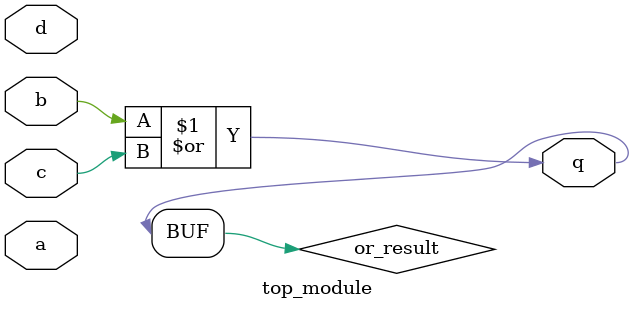
<source format=sv>
module top_module (
	input a, 
	input b, 
	input c, 
	input d,
	output q
);

// Declare internal signals
wire or_result;

// Perform logical OR operation between b and c
assign or_result = b | c;

// Assign the output q to the result of logical OR operation
assign q = or_result;

endmodule

</source>
